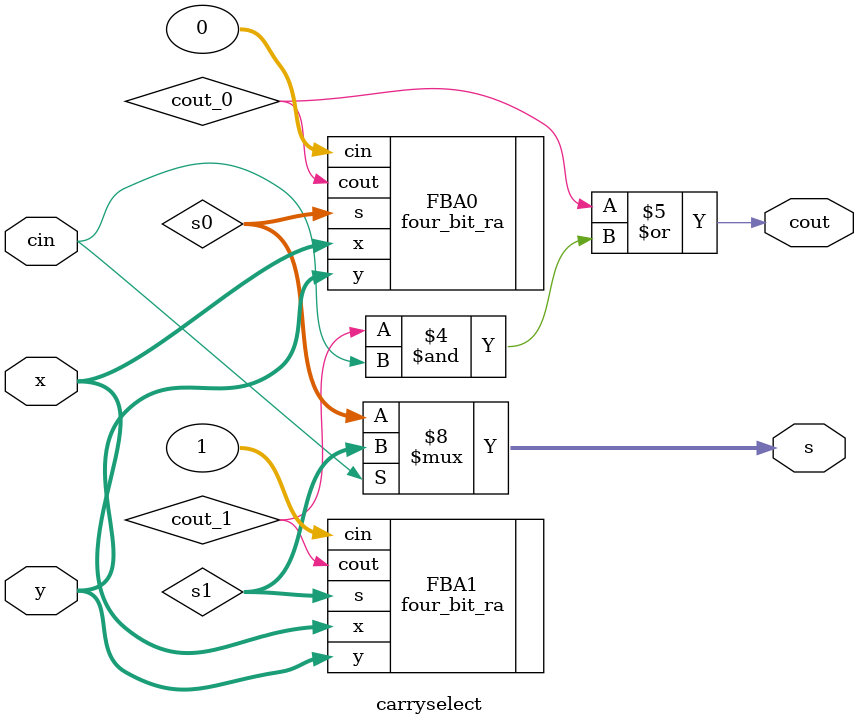
<source format=sv>
module carry_select_adder
(
    input   logic[15:0]     A,
    input   logic[15:0]     B,
    output  logic[15:0]     Sum,
    output  logic           CO
);

    /* TODO
     * Insert code here to implement a carry select.
     * Your code should be completly combinational (don't use always_ff or always_latch).
     * Feel free to create sub-modules or other files. */
     
logic c4, c8, c12;  //divide 16 bits into 4 groups, cout from last group determine next cin, select from two pre-calculated cout
four_bit_ra FBA0(.x(A[3:0]),.y(B[3:0]),.cin(0),.s(Sum[3:0]),.cout(c4)); //the first four bits using ripple adder
carryselect SA1 (.x(A[7:4]),.y(B[7:4]),.cin(c4),.s(Sum[7:4]),.cout(c8)); //then the following groups using carry select adderj
carryselect SA2 (.x(A[11:8]),.y(B[11:8]),.cin(c8),.s(Sum[11:8]),.cout(c12)); 
carryselect SA3 (.x(A[15:12]),.y(B[15:12]),.cin(c12),.s(Sum[15:12]),.cout(CO)); 
    
endmodule



module carryselect //adding 4 bits with selected carry in
(
    input [3:0] x,
    input [3:0] y,
    input cin,
    output logic cout,
    output logic [3:0]s

);
    logic [3:0] s0; //numbers added when carry in = 0
    logic [3:0] s1; //numbers added when carry in = 1
    logic cout_0; 
    logic cout_1; 

    four_bit_ra FBA0(.x(x[3:0]),.y(y[3:0]),.cin(0),.s(s0[3:0]),.cout(cout_0)); 
    four_bit_ra FBA1(.x(x[3:0]),.y(y[3:0]),.cin(1),.s(s1[3:0]),.cout(cout_1)); 
    
    always_comb
    begin

    cout=cout_0|(cout_1&cin); //implement cout from figure 5 in the lab manual
	 
    if(cin==1)
        s[3:0]=s1[3:0]; //selecting when carry in = 1
    else
        s[3:0]=s0[3:0]; //selecting when carry in = 0
    end
    
	endmodule
	
</source>
